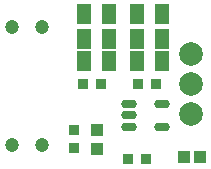
<source format=gts>
G04*
G04 #@! TF.GenerationSoftware,Altium Limited,Altium Designer,18.0.7 (293)*
G04*
G04 Layer_Color=8388736*
%FSLAX25Y25*%
%MOIN*%
G70*
G01*
G75*
%ADD21O,0.05131X0.02965*%
%ADD22R,0.03950X0.03950*%
%ADD23R,0.03800X0.03800*%
%ADD24R,0.04800X0.06706*%
%ADD25R,0.03800X0.03800*%
%ADD26R,0.03950X0.03950*%
%ADD27C,0.04737*%
%ADD28C,0.07887*%
D21*
X57057Y21716D02*
D03*
Y14216D02*
D03*
X46057Y14236D02*
D03*
X46057Y17976D02*
D03*
Y21716D02*
D03*
D22*
X35153Y13038D02*
D03*
Y6739D02*
D03*
D23*
X27634Y13041D02*
D03*
Y7057D02*
D03*
D24*
X48544Y36009D02*
D03*
X56969D02*
D03*
X48544Y51919D02*
D03*
X56969D02*
D03*
X48544Y43545D02*
D03*
X56969Y43545D02*
D03*
X30959Y51919D02*
D03*
X39384D02*
D03*
X30959Y43545D02*
D03*
X39384D02*
D03*
X30959Y36009D02*
D03*
X39384D02*
D03*
D25*
X54911Y28472D02*
D03*
X48927D02*
D03*
X30504D02*
D03*
X36488D02*
D03*
X51561Y3350D02*
D03*
X45578D02*
D03*
D26*
X69748Y4187D02*
D03*
X64236D02*
D03*
D27*
X7000Y8000D02*
D03*
X17000D02*
D03*
X7000Y47370D02*
D03*
X17000D02*
D03*
D28*
X66452Y18374D02*
D03*
Y28374D02*
D03*
Y38374D02*
D03*
M02*

</source>
